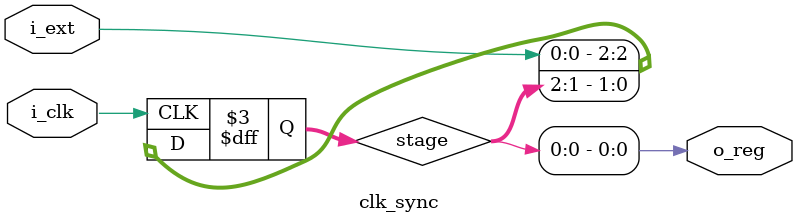
<source format=v>
/*

Synchronize External Signal to Clock Domain

    +------------+
    | clk_sync   |
    |            |
--->|i_ext  o_reg|--->
    |            |
 +->|i_clk       |
 |  +------------+

*/

`default_nettype none

module clk_sync #(
    parameter STAGES            = 3                             // number of FF stages to pass through (>= 2)
) (
    input                       i_clk,                          // domain clock
    input                       i_ext,                          // external (unsynchronized) signal
    output                      o_reg                           // registered (synchronized) signal
);

    reg [STAGES-1:0] stage = 0;                                 // synchronization shift-register
    always @(posedge i_clk) begin
        stage <= { i_ext, stage[STAGES-1:1] };                  // enter SR at MSB
    end

    assign o_reg = stage[0];  // exit SR at LSB

endmodule

/*

The internal operation of this module is illustrated below:

        +-----------------------------------------------+
        |                                               |
        |       stage[2]     stage[1]     stage[0]      |
        |       +------+     +------+     +------+      |
  [i_ext>------>|D    Q|---->|D    Q|---->|D    Q|----->[o_reg>
        |       |      |     |      |     |      |      |
        |    +->|CLK   |  +->|CLK   |  +->|CLK   |      |
        |    |  +------+  |  +------+  |  +------+      |
        |    |            |            |                |
  [i_clk>----+------------+------------+                |
        |                                               |
        +-----------------------------------------------+

*/

</source>
